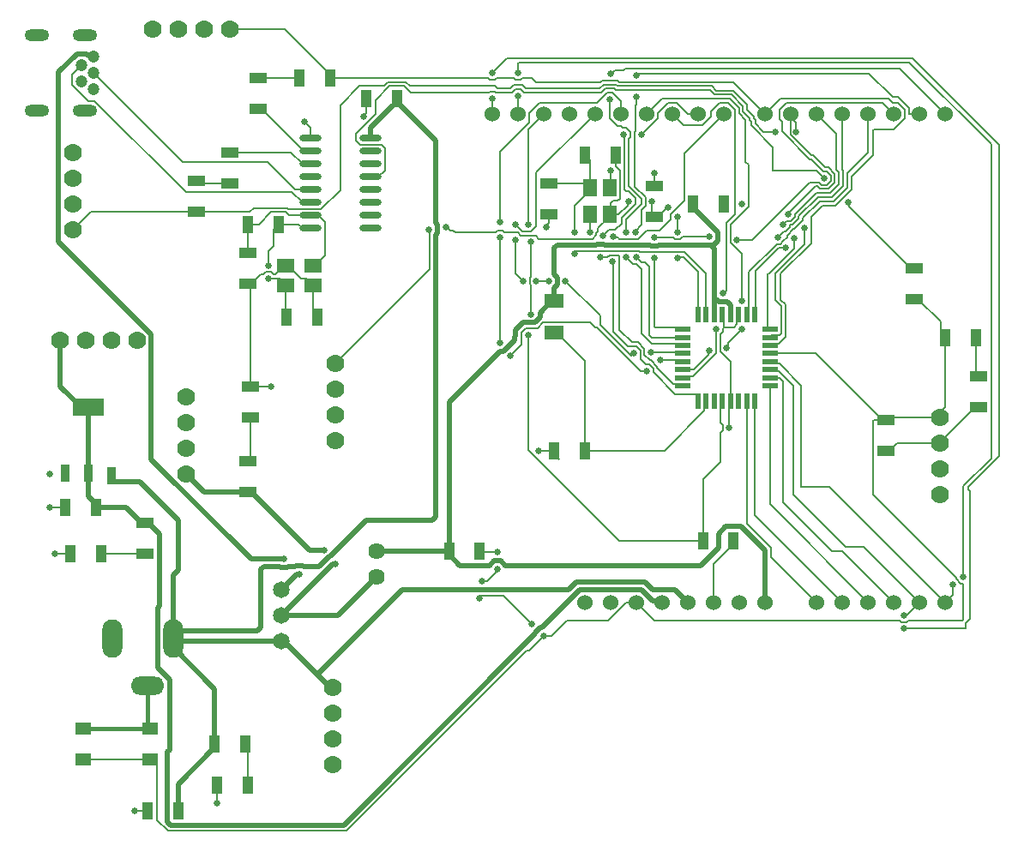
<source format=gtl>
G04*
G04 #@! TF.GenerationSoftware,Altium Limited,Altium Designer,24.1.2 (44)*
G04*
G04 Layer_Physical_Order=1*
G04 Layer_Color=255*
%FSLAX44Y44*%
%MOMM*%
G71*
G04*
G04 #@! TF.SameCoordinates,A56E43B2-B914-4F06-BF03-FB78D576DE16*
G04*
G04*
G04 #@! TF.FilePolarity,Positive*
G04*
G01*
G75*
%ADD12C,0.5080*%
%ADD14C,0.1524*%
%ADD15C,0.3810*%
%ADD19R,1.1176X1.8034*%
%ADD20R,1.8034X1.1176*%
%ADD21R,1.4000X1.8000*%
%ADD22O,2.2000X0.6096*%
%ADD23R,1.5000X1.2000*%
%ADD24R,1.8542X1.3716*%
%ADD25R,0.5080X1.6500*%
%ADD26R,1.6500X0.5080*%
%ADD27R,0.8382X1.7000*%
%ADD28R,3.0988X1.7000*%
%ADD29R,1.8000X1.4000*%
%ADD50O,2.4000X1.2000*%
%ADD51C,1.2000*%
%ADD52C,1.7780*%
%ADD53C,1.6200*%
%ADD54C,1.6500*%
%ADD55C,1.5240*%
%ADD56O,2.0000X3.8000*%
%ADD57O,3.3000X1.8000*%
%ADD58C,0.6350*%
D12*
X665734Y646811D02*
X690245Y622300D01*
X687578Y556380D02*
X688590D01*
X702564Y540640D02*
Y550486D01*
X699080Y553970D02*
X702564Y550486D01*
X691000Y553970D02*
X699080D01*
X686562Y540640D02*
Y556380D01*
X683260Y609600D02*
X686044D01*
X690245Y613801D02*
Y622300D01*
X686562Y556380D02*
Y606298D01*
X686044Y609600D02*
X690245Y613801D01*
X688590Y556380D02*
X691000Y553970D01*
X490601Y525803D02*
X497817Y533019D01*
X514405Y538004D02*
Y542599D01*
X497817Y533019D02*
X509420D01*
X514405Y538004D01*
X489440Y518894D02*
X490601Y520055D01*
Y525803D01*
X475371Y504825D02*
X478399D01*
X424688Y454142D02*
X475371Y504825D01*
X424688Y307340D02*
Y454142D01*
X478399Y504825D02*
X489440Y515866D01*
Y518894D01*
X514405Y542599D02*
X525907Y554101D01*
X528320Y567446D02*
X531495Y570621D01*
X528320Y580634D02*
X531495Y577459D01*
X528320Y554101D02*
Y567446D01*
Y580634D02*
Y606624D01*
X531495Y570621D02*
Y577459D01*
X525907Y554101D02*
X528320D01*
X531296Y609600D02*
X569986D01*
X528320Y606624D02*
X531296Y609600D01*
X578094D02*
X623326D01*
X570621Y610235D02*
X577459D01*
X578094Y609600D01*
X569986D02*
X570621Y610235D01*
X623961Y608965D02*
X630799D01*
X623326Y609600D02*
X623961Y608965D01*
X411480Y619516D02*
X413385Y621421D01*
X411480Y631434D02*
X413385Y629529D01*
X411480Y340796D02*
Y619516D01*
X413385Y621421D02*
Y629529D01*
X411480Y631434D02*
Y712597D01*
X321003Y36703D02*
X509905Y225606D01*
Y226939D01*
X149534Y36703D02*
X321003D01*
X146558Y39679D02*
Y108785D01*
Y39679D02*
X149534Y36703D01*
X148980Y111207D02*
Y180312D01*
X146558Y108785D02*
X148980Y111207D01*
X137320Y191972D02*
X148980Y180312D01*
X229163Y299720D02*
X261620D01*
X39370Y612847D02*
X130810Y521407D01*
Y398073D02*
Y521407D01*
X39370Y780680D02*
X57352Y798662D01*
X39370Y612847D02*
Y780680D01*
X57352Y798662D02*
X66531D01*
X68288Y796904D02*
X72655D01*
X66531Y798662D02*
X68288Y796904D01*
X72655D02*
X73979Y795580D01*
X130810Y398073D02*
X229163Y299720D01*
X157480Y288459D02*
Y337820D01*
X119700Y375600D02*
X157480Y337820D01*
X93345Y375600D02*
X119700D01*
X257566Y292100D02*
X258201Y291465D01*
X241736Y292100D02*
X257566D01*
X265674D02*
X272806D01*
X258201Y291465D02*
X265039D01*
X265674Y292100D01*
X273441Y292735D02*
X280279D01*
X280914Y292100D01*
X296564D02*
X306724Y302260D01*
X280914Y292100D02*
X296564D01*
X238760Y289124D02*
X241736Y292100D01*
X272806D02*
X273441Y292735D01*
X259080Y269240D02*
X274320Y284480D01*
X276860D01*
X259080Y243840D02*
X309880Y294640D01*
X287042Y308461D02*
X301275D01*
X226060Y366014D02*
X229489D01*
X287042Y308461D01*
X307340Y302260D02*
X342900Y337820D01*
X306724Y302260D02*
X307340D01*
X309880Y294640D02*
X312420D01*
X373126Y750951D02*
X411480Y712597D01*
X408504Y337820D02*
X411480Y340796D01*
X342900Y337820D02*
X408504D01*
X631434Y609600D02*
X683260D01*
X686562Y606298D01*
X630799Y608965D02*
X631434Y609600D01*
X665734Y646811D02*
Y650240D01*
X435356Y293243D02*
X464449D01*
X469021Y297815D01*
X475859D02*
X480431Y293243D01*
X469021Y297815D02*
X475859D01*
X480431Y293243D02*
X673172D01*
X378460Y269240D02*
X542763D01*
X550383Y276860D01*
X294640Y185420D02*
X378460Y269240D01*
X618017Y276860D02*
X625637Y269240D01*
X550383Y276860D02*
X618017D01*
X673172Y293243D02*
X690626Y310697D01*
X509905Y226939D02*
X514741Y231775D01*
X516074D01*
X553540Y269240D01*
X625637D02*
X647700D01*
X690626Y310697D02*
Y324303D01*
X647700Y269240D02*
X660400Y256540D01*
X690626Y324303D02*
X697920Y331597D01*
X124460Y335026D02*
X127889D01*
X121031D02*
X124460D01*
X127889D02*
X138557Y324358D01*
Y252978D02*
Y324358D01*
X137320Y251741D02*
X138557Y252978D01*
X137320Y191972D02*
Y251741D01*
X553540Y269240D02*
X614860D01*
X625616Y258484D01*
X633056D01*
X635000Y256540D01*
X152400Y211980D02*
Y218440D01*
Y220980D01*
X157226Y77343D02*
X193294Y113411D01*
X157226Y50800D02*
Y77343D01*
X294640Y185420D02*
X307340Y172720D01*
X261620Y218440D02*
X294640Y185420D01*
X424688Y303911D02*
Y307340D01*
X697920Y331597D02*
X713304D01*
X736600Y308301D01*
X424688Y303911D02*
X435356Y293243D01*
X736600Y256540D02*
Y308301D01*
X165100Y383540D02*
X182626Y366014D01*
X226060D01*
X347218Y725678D02*
X369443Y747903D01*
X347218Y715010D02*
Y725678D01*
X369443Y747903D02*
X370078D01*
X373126Y750951D01*
Y754380D01*
X152400Y221708D02*
Y283379D01*
X238760Y231576D02*
Y289124D01*
X159292Y228600D02*
X235784D01*
X238760Y231576D01*
X152400Y221708D02*
X159292Y228600D01*
X152400Y220980D02*
Y221708D01*
Y283379D02*
X157480Y288459D01*
X91694Y377251D02*
X93345Y375600D01*
X91694Y377251D02*
Y381560D01*
X40640Y470006D02*
X61586Y449060D01*
X68580D01*
X40640Y470006D02*
Y515620D01*
X68580Y384060D02*
Y449060D01*
X75946Y350520D02*
Y353949D01*
X68580Y361315D02*
Y384060D01*
Y361315D02*
X75946Y353949D01*
Y350520D02*
X105537D01*
X121031Y335026D01*
X353060Y307340D02*
X424688D01*
X259080Y243840D02*
X314960D01*
X353060Y281940D01*
X193294Y113411D02*
Y116840D01*
X152400Y211980D02*
X193294Y171086D01*
Y116840D02*
Y171086D01*
X259080Y218440D02*
X261620D01*
X307340Y172720D02*
X309880D01*
X154940Y218440D02*
X259080D01*
X152400Y220980D02*
X154940Y218440D01*
D14*
X657478Y480042D02*
X665462D01*
X680940Y504679D02*
X681863Y505603D01*
X680940Y501267D02*
Y504679D01*
X688340Y502920D02*
Y526675D01*
X698881Y508000D02*
X699385D01*
X666065Y486392D02*
X680940Y501267D01*
X655700Y478264D02*
X657478Y480042D01*
X692404Y504825D02*
X702564Y494665D01*
X692404Y521579D02*
X694817Y523992D01*
X665462Y480042D02*
X688340Y502920D01*
X692404Y504825D02*
Y521579D01*
X655700Y486392D02*
X666065D01*
X699385Y508000D02*
X700278Y508893D01*
Y513021D01*
X702564Y455040D02*
Y494665D01*
X694817Y526923D02*
X696214Y528320D01*
X694817Y523992D02*
Y526923D01*
X695833Y562225D02*
X698493Y564885D01*
X694817Y562225D02*
X695833D01*
X634746Y754126D02*
X702167D01*
X698493Y564885D02*
Y631581D01*
X686609Y758190D02*
X703851D01*
X691436Y750062D02*
X700484D01*
X683847Y766699D02*
X688292Y762254D01*
X702167Y754126D02*
X710946Y745347D01*
X715010Y741283D02*
X721614Y734679D01*
X675084Y728218D02*
X683260Y736394D01*
X719074Y742967D02*
X725678Y736363D01*
X719074Y742967D02*
Y748714D01*
X645160Y739140D02*
X656082Y728218D01*
X706882Y639969D02*
Y743664D01*
X715010Y741283D02*
Y747031D01*
X705534Y762254D02*
X719074Y748714D01*
X688292Y762254D02*
X705534D01*
X656082Y728218D02*
X675084D01*
X698493Y631581D02*
X706882Y639969D01*
X683260Y736394D02*
Y741886D01*
X710946Y739600D02*
Y745347D01*
X700484Y750062D02*
X706882Y743664D01*
X710946Y739600D02*
X717550Y732996D01*
X703851Y758190D02*
X715010Y747031D01*
X682164Y762635D02*
X686609Y758190D01*
X683260Y741886D02*
X691436Y750062D01*
X702557Y612124D02*
X713740Y600941D01*
Y554732D02*
Y600941D01*
Y554732D02*
X713867Y554605D01*
X720344Y542418D02*
Y582850D01*
X709034Y614807D02*
X724027D01*
X780796Y671576D01*
X702557Y629897D02*
X720217Y647557D01*
X702557Y612124D02*
Y629897D01*
X720217Y647557D02*
Y688943D01*
X704977Y770763D02*
X736600Y739140D01*
X721614Y732933D02*
Y734679D01*
X725678Y734616D02*
Y736363D01*
X717550Y691610D02*
Y732996D01*
X721614Y732933D02*
X722884Y731663D01*
X744220Y683260D02*
Y706326D01*
X722884Y727662D02*
Y731663D01*
Y727662D02*
X744220Y706326D01*
X630809Y637540D02*
X639969Y646700D01*
X641080D01*
X700278Y513021D02*
X714030Y526773D01*
X708660Y531276D02*
Y538862D01*
X705704Y528320D02*
X708660Y531276D01*
X696214Y528320D02*
X705704D01*
X708660Y538862D02*
X710438Y540640D01*
X739194Y528048D02*
Y580821D01*
X726941Y541141D02*
Y583699D01*
X749920Y606679D01*
X726440Y540640D02*
X726941Y541141D01*
X640636Y750062D02*
X649684D01*
X726948Y729345D02*
Y733346D01*
X649684Y750062D02*
X660606Y739140D01*
X726948Y729345D02*
X734933Y721360D01*
X717550Y691610D02*
X720217Y688943D01*
X619760Y739140D02*
X634746Y754126D01*
X725678Y734616D02*
X726948Y733346D01*
X660606Y739140D02*
X670560D01*
X654955Y617855D02*
X681990D01*
X734933Y721360D02*
X746760D01*
X630682Y740108D02*
X640636Y750062D01*
X493653Y789940D02*
X879046D01*
X589328Y762635D02*
X682164D01*
X591012Y766699D02*
X683847D01*
X610493Y778764D02*
X839422D01*
X481584Y794004D02*
X882396D01*
X598297Y783717D02*
X869823D01*
X592695Y770763D02*
X704977D01*
X633064Y495904D02*
X654062D01*
X655700Y494266D01*
X558546Y406400D02*
Y495046D01*
X530733Y522859D02*
X558546Y495046D01*
X622823Y495681D02*
X624126D01*
X619013Y491617D02*
X622443D01*
X617601Y500903D02*
X622823Y495681D01*
X630301Y488203D02*
Y489506D01*
X626237Y484393D02*
Y487823D01*
X613537Y497093D02*
X619013Y491617D01*
X626237Y484393D02*
X648102Y462528D01*
X622443Y491617D02*
X626237Y487823D01*
X624126Y495681D02*
X630301Y489506D01*
Y488203D02*
X646336Y472168D01*
X613996Y485140D02*
X619760D01*
X648102Y462528D02*
X668782D01*
X605043Y513461D02*
X611426D01*
X570816Y528320D02*
X613996Y485140D01*
X568960Y528320D02*
X570816D01*
X573862Y531021D02*
X604905Y499978D01*
X586740Y523890D02*
X601233Y509397D01*
X586740Y523890D02*
Y592465D01*
X573862Y531021D02*
Y539928D01*
X517681Y533019D02*
X564261D01*
X500237Y527177D02*
X511839D01*
X496443Y511194D02*
Y523383D01*
X500237Y527177D01*
X505460Y541274D02*
Y569960D01*
X485384Y500136D02*
X496443Y511194D01*
X564261Y533019D02*
X568960Y528320D01*
X511839Y527177D02*
X517681Y533019D01*
X613537Y497093D02*
Y505603D01*
X624078Y503586D02*
X654508D01*
X617601Y500903D02*
Y507286D01*
X654508Y503586D02*
X655700Y502394D01*
X604905Y499978D02*
X607060Y502133D01*
X601233Y509397D02*
X609743D01*
X607060Y502133D02*
Y502920D01*
X502920Y520700D02*
X503114Y520506D01*
Y407206D02*
Y520506D01*
X474980Y513080D02*
Y617220D01*
X504317Y571103D02*
X505460Y569960D01*
X504317Y571103D02*
Y576977D01*
X510794Y574040D02*
X523240D01*
X505460Y578120D02*
Y612628D01*
X504317Y576977D02*
X505460Y578120D01*
X477663Y623697D02*
X479310Y622050D01*
X430881D02*
X470650D01*
X479310D02*
X492343D01*
X472297Y623697D02*
X477663D01*
X470650Y622050D02*
X472297Y623697D01*
X428798Y624301D02*
X430881Y622219D01*
Y622050D02*
Y622219D01*
X492343Y622050D02*
X495287Y619105D01*
X474980Y632460D02*
Y701707D01*
X586121Y760095D02*
X594360Y751856D01*
X503682Y730409D02*
Y740108D01*
X594360Y739140D02*
Y751856D01*
X580755Y760095D02*
X586121D01*
X513675Y750101D02*
X570762D01*
X474980Y701707D02*
X503682Y730409D01*
X510413Y770763D02*
X574181D01*
X575008Y760095D02*
X579072Y764159D01*
X575705Y772287D02*
X591171D01*
X584811Y778764D02*
X588367Y782320D01*
X498745Y760095D02*
X575008D01*
X577388Y768223D02*
X589488D01*
X574181Y770763D02*
X575705Y772287D01*
X503682Y740108D02*
X513675Y750101D01*
X591171Y772287D02*
X592695Y770763D01*
X589488Y768223D02*
X591012Y766699D01*
X587804Y764159D02*
X589328Y762635D01*
X570762Y750101D02*
X580755Y760095D01*
X584200Y778764D02*
X584811D01*
X579072Y764159D02*
X587804D01*
X500428D02*
X573324D01*
X588367Y782320D02*
X596900D01*
X573324Y764159D02*
X577388Y768223D01*
X583438Y734616D02*
Y753618D01*
Y734616D02*
X591002Y727052D01*
X488394Y767461D02*
X497126D01*
X500428Y764159D01*
X495443Y763397D02*
X498745Y760095D01*
X490077Y763397D02*
X495443D01*
X506476Y774700D02*
X510413Y770763D01*
X486775Y760095D02*
X490077Y763397D01*
X608838Y722138D02*
Y747955D01*
X608203Y721503D02*
X608838Y722138D01*
X608203Y667414D02*
X618725Y656892D01*
X614886Y718820D02*
X630682Y734616D01*
X614680Y718820D02*
X614886D01*
X608203Y667414D02*
Y721503D01*
X618725Y648160D02*
Y656892D01*
X597916Y664464D02*
Y717804D01*
X599583Y725297D02*
X603377Y721503D01*
X601980Y714740D02*
X603377Y716137D01*
Y721503D01*
X601980Y667890D02*
Y714740D01*
X596170Y725297D02*
X599583D01*
X596900Y718820D02*
X597916Y717804D01*
X630682Y734616D02*
Y740108D01*
X614680Y522573D02*
X625207Y512046D01*
X624604Y518396D02*
X655700D01*
X625207Y512046D02*
X653922D01*
X622300Y520700D02*
X624604Y518396D01*
X622300Y520700D02*
Y588645D01*
X611426Y513461D02*
X617601Y507286D01*
X609743Y509397D02*
X613537Y505603D01*
X614680Y522573D02*
Y586105D01*
X627380Y529213D02*
Y596646D01*
Y529213D02*
X628545Y528048D01*
X653922D01*
X609981Y590804D02*
X614680Y586105D01*
X605917Y590804D02*
X609981D01*
X618444Y592501D02*
X622300Y588645D01*
X592963Y525541D02*
X605043Y513461D01*
X539750Y574040D02*
X573862Y539928D01*
X592963Y525541D02*
Y598801D01*
X490220Y581660D02*
X497840Y574040D01*
X490220Y581660D02*
Y614680D01*
X510194Y619105D02*
X513477Y615823D01*
X495287Y619105D02*
X510194D01*
X566563Y615823D02*
X570103Y619363D01*
X513477Y615823D02*
X566563D01*
X570103Y619363D02*
Y621173D01*
X571782Y622852D02*
Y626122D01*
X502920Y629646D02*
Y723900D01*
X490220Y629920D02*
X496971Y623169D01*
X505603D01*
X510921Y628488D01*
Y681101D02*
X568960Y739140D01*
X510921Y628488D02*
Y681101D01*
X502920Y723900D02*
X518160Y739140D01*
X585988Y593217D02*
X586740Y592465D01*
X548640Y648780D02*
X563840Y663980D01*
X548640Y622300D02*
Y648780D01*
X563840Y663980D02*
Y665980D01*
X421640Y627380D02*
X422946D01*
X426025Y624301D01*
X428798D01*
X549533Y603758D02*
X612283D01*
X548640Y601345D02*
X549533Y602238D01*
Y603758D01*
X584038Y624313D02*
X584057Y624332D01*
X650240Y596494D02*
X651163Y597418D01*
X588662Y624332D02*
X595376Y631046D01*
X678434Y540640D02*
Y581311D01*
X574040Y597281D02*
X580892D01*
X583305Y599694D02*
X592070D01*
X654822Y597418D02*
X654939Y597535D01*
X582403Y624313D02*
X584038D01*
X587663Y616932D02*
X591473D01*
X656463Y597535D02*
X670560Y583438D01*
X592070Y599694D02*
X592963Y598801D01*
X614380Y592501D02*
X618444D01*
X654939Y597535D02*
X656463D01*
X591473Y616932D02*
X592963Y615442D01*
X612918Y603123D02*
X656622D01*
X612283Y603758D02*
X612918Y603123D01*
X584057Y624332D02*
X588662D01*
X656622Y603123D02*
X678434Y581311D01*
X599440Y597281D02*
X605917Y590804D01*
X609600Y597281D02*
X614380Y592501D01*
X651163Y597418D02*
X654822D01*
X586740Y617855D02*
X587663Y616932D01*
X580892Y597281D02*
X583305Y599694D01*
X670560Y540640D02*
Y583438D01*
X609600Y748717D02*
Y756158D01*
X608838Y747955D02*
X609600Y748717D01*
X591002Y727052D02*
X594416D01*
X596170Y725297D01*
X601980Y667890D02*
X612241Y657629D01*
X599839Y662541D02*
X601581D01*
X597916Y664464D02*
X599839Y662541D01*
X601581D02*
X608423Y655699D01*
Y649896D02*
Y655699D01*
X595376Y636849D02*
X608423Y649896D01*
X612241Y657629D02*
X612241D01*
X612495Y647677D02*
X614661Y649843D01*
Y655209D01*
X599440Y634622D02*
X612495Y647677D01*
X615061Y629634D02*
Y644496D01*
X608838Y623411D02*
X615061Y629634D01*
X625202Y639718D02*
Y652780D01*
X599440Y621919D02*
Y634622D01*
X615061Y644496D02*
X618725Y648160D01*
X612241Y657629D02*
X614661Y655209D01*
X595376Y631046D02*
Y636849D01*
X576580Y618490D02*
X582403Y624313D01*
X601023Y652093D02*
X601946Y653016D01*
X601023Y648680D02*
Y652093D01*
X583240Y639580D02*
X591923D01*
X601023Y648680D01*
X593542Y655612D02*
Y683078D01*
X589026Y687594D02*
X593542Y683078D01*
X591169Y653239D02*
X593542Y655612D01*
X586573Y653239D02*
X591169D01*
X584200Y666940D02*
Y683260D01*
X563730Y622327D02*
Y639470D01*
X563840Y639580D01*
X570103Y621173D02*
X571782Y622852D01*
X592963Y615442D02*
X611521D01*
X653922Y472168D02*
X655700Y470390D01*
X646336Y472168D02*
X653922D01*
X467360Y739140D02*
Y754380D01*
X385829Y766699D02*
X469948D01*
X472488Y764159D01*
X470805Y760095D02*
X486775D01*
X463915D02*
X464677Y760857D01*
X472488Y764159D02*
X485092D01*
X386686Y760095D02*
X463915D01*
X470043Y760857D02*
X470805Y760095D01*
X464677Y760857D02*
X470043D01*
X485092Y764159D02*
X488394Y767461D01*
X380082Y766699D02*
X386686Y760095D01*
X464677Y773303D02*
X470043D01*
X463280Y774700D02*
X464677Y773303D01*
X383575Y774700D02*
X463280D01*
X471440D02*
X488680D01*
X470043Y773303D02*
X471440Y774700D01*
X362804Y774827D02*
X383448D01*
X496840Y774700D02*
X506476D01*
X488680D02*
X490077Y773303D01*
X383448Y774827D02*
X383575Y774700D01*
X495443Y773303D02*
X496840Y774700D01*
X490077Y773303D02*
X495443D01*
X467360Y779780D02*
X481584Y794004D01*
X882396D02*
X967740Y708660D01*
X609600Y777871D02*
X610493Y778764D01*
X869823Y783717D02*
X914400Y739140D01*
X609600Y777240D02*
Y777871D01*
X839422Y778764D02*
X862513Y755673D01*
X596900Y782320D02*
X598297Y783717D01*
X492760Y779780D02*
Y789047D01*
X493653Y789940D01*
X879046D02*
X959739Y709247D01*
X868260Y755673D02*
X878586Y745347D01*
X757476Y750062D02*
X852678D01*
X862513Y755673D02*
X868260D01*
X852678Y750062D02*
X863600Y739140D01*
X858313Y754126D02*
X862377Y750062D01*
X751586Y754126D02*
X858313D01*
X959739Y398783D02*
Y709247D01*
X862377Y750062D02*
X868124D01*
X967740Y708660D02*
X967740Y401037D01*
X937260Y370557D02*
X967740Y401037D01*
X937260Y368300D02*
Y370557D01*
X932180Y239653D02*
Y274320D01*
X922020Y264160D02*
Y274320D01*
X877840Y238760D02*
X931287D01*
X930037Y275463D02*
X931037D01*
X925703Y279797D02*
X930037Y275463D01*
X925703Y279797D02*
Y280797D01*
X931037Y275463D02*
X932180Y274320D01*
X843280Y363220D02*
X925703Y280797D01*
X931287Y238760D02*
X932180Y239653D01*
X938927Y240652D02*
Y366633D01*
X937260Y368300D02*
X938927Y366633D01*
X932450Y371494D02*
X959739Y398783D01*
X932450Y282210D02*
Y371494D01*
X934466Y236191D02*
X938927Y240652D01*
X934466Y230886D02*
Y236191D01*
X873760Y230886D02*
X934466D01*
X914400Y256540D02*
X922020Y264160D01*
X869680Y238760D02*
X871077Y237363D01*
X876443D02*
X877840Y238760D01*
X627380D02*
X869680D01*
X871077Y237363D02*
X876443D01*
X873760Y243840D02*
X876300D01*
X889000Y256540D01*
X609600D02*
X627380Y238760D01*
X843280Y435987D02*
X844173Y436880D01*
X843280Y363220D02*
Y435987D01*
X844173Y436880D02*
X852297D01*
X405638Y585978D02*
Y624332D01*
X405130Y624840D02*
X405638Y624332D01*
X503114Y407206D02*
X592820Y317500D01*
X675640D01*
X637380Y406400D02*
X676656Y445676D01*
X558546Y406400D02*
X637380D01*
X571782Y626122D02*
X583240Y637580D01*
X492760Y739140D02*
Y756920D01*
X381765Y770763D02*
X385829Y766699D01*
X696214Y528320D02*
Y538862D01*
X694436Y540640D02*
X696214Y538862D01*
X720344Y582850D02*
X748237Y610743D01*
X774065Y636571D02*
X790401Y652907D01*
X751776Y610743D02*
X754404Y613371D01*
X756872Y606679D02*
X757086Y606894D01*
X774065Y634030D02*
Y636571D01*
X748237Y610743D02*
X751776D01*
X749920Y606679D02*
X756872D01*
X754404Y613371D02*
X754611D01*
X790401Y652907D02*
X804436D01*
X754611Y613371D02*
X758412Y617173D01*
Y619045D01*
X764842Y625475D01*
X765510D01*
X774065Y634030D01*
X742696Y583343D02*
X765144Y605791D01*
X741219Y581660D02*
X742696Y583136D01*
X740972Y526270D02*
X741300D01*
X739194Y528048D02*
X740972Y526270D01*
X739194Y580821D02*
X740033Y581660D01*
X746760Y555057D02*
Y581660D01*
X742696Y583136D02*
Y583343D01*
X740033Y581660D02*
X741219D01*
X746760Y555057D02*
X752852Y548965D01*
X668782Y462528D02*
X670560Y460750D01*
Y455040D02*
Y460750D01*
X819472Y647505D02*
X880491Y586486D01*
X819472Y647505D02*
Y651188D01*
X880491Y586486D02*
X883920D01*
X818548Y652112D02*
X819472Y651188D01*
X812800Y684262D02*
X813689Y683373D01*
X789924Y671576D02*
X792337Y669163D01*
X802753Y656971D02*
X813689Y667907D01*
X817753Y680259D02*
X838200Y700706D01*
X765937Y639938D02*
X787034Y661035D01*
X821817Y677037D02*
X843280Y698500D01*
X788717Y656971D02*
X802753D01*
X765937Y637397D02*
Y639938D01*
X787034Y661035D02*
X801070D01*
X805561Y671274D02*
Y680006D01*
X807212Y684103D02*
X809625Y681690D01*
X795974Y686181D02*
X799386D01*
Y665099D02*
X805561Y671274D01*
X801070Y661035D02*
X809625Y669590D01*
X788241Y667512D02*
X790654Y665099D01*
X799386D01*
X807212Y684103D02*
Y719328D01*
X806120Y648843D02*
X821817Y664540D01*
X793623Y648843D02*
X806120D01*
X794290Y682117D02*
X797703D01*
X783804Y698350D02*
X795974Y686181D01*
X770001Y638255D02*
X788717Y656971D01*
X817753Y666224D02*
Y680259D01*
X782320Y637540D02*
X793623Y648843D01*
X797703Y669163D02*
X801497Y672957D01*
X809625Y669590D02*
Y681690D01*
X786225Y667512D02*
X788241D01*
X813689Y667907D02*
Y683373D01*
X780796Y671576D02*
X789924D01*
X804436Y652907D02*
X817753Y666224D01*
X792337Y669163D02*
X797703D01*
X801497Y672957D02*
Y678323D01*
X782121Y694286D02*
X794290Y682117D01*
X797703D02*
X801497Y678323D01*
X799386Y686181D02*
X805561Y680006D01*
X812800Y684262D02*
Y739140D01*
X821817Y664540D02*
Y677037D01*
X787400Y739140D02*
X807212Y719328D01*
X780683Y694286D02*
X782121D01*
X762000Y718717D02*
Y735428D01*
X753237Y721733D02*
Y731619D01*
X782367Y698350D02*
X783804D01*
X751078Y733778D02*
Y743664D01*
X787400Y683260D02*
X795020Y675640D01*
X753237Y721733D02*
X780683Y694286D01*
X762000Y718717D02*
X782367Y698350D01*
X751078Y733778D02*
X753237Y731619D01*
X744220Y683260D02*
X787400D01*
X759460Y640747D02*
X786225Y667512D01*
X757063Y623443D02*
X760857Y627237D01*
X763826Y629539D02*
X770001Y635714D01*
X761285Y629539D02*
X763826D01*
X758063Y633603D02*
X762143D01*
X755189Y623443D02*
X757063D01*
X760857Y629111D02*
X761285Y629539D01*
X759460Y640080D02*
Y640747D01*
X770001Y635714D02*
Y638255D01*
X760857Y627237D02*
Y629111D01*
X762143Y633603D02*
X765937Y637397D01*
X332916Y712380D02*
X336636Y708660D01*
X361520Y683260D02*
Y704940D01*
X366170Y766699D02*
X380082D01*
X336198D02*
X360423D01*
X364487Y770763D02*
X381765D01*
X340539Y736421D02*
Y737727D01*
X307086Y774700D02*
X362677D01*
X332916Y719638D02*
X352044Y738766D01*
X360423Y766699D02*
X364487Y770763D01*
X355170Y676910D02*
X361520Y683260D01*
X352044Y752573D02*
X366170Y766699D01*
X362677Y774700D02*
X362804Y774827D01*
X347218Y676910D02*
X355170D01*
X357800Y708660D02*
X361520Y704940D01*
X336636Y708660D02*
X357800D01*
X332916Y712380D02*
Y719638D01*
X352044Y738766D02*
Y752573D01*
X342900Y740088D02*
Y754126D01*
X340539Y737727D02*
X342900Y740088D01*
X643763Y640223D02*
X656844Y653304D01*
Y700024D01*
X695960Y739140D01*
X317281Y747782D02*
X336198Y766699D01*
X762000Y735428D02*
X767080Y730349D01*
Y721360D02*
Y730349D01*
X762000Y735428D02*
Y739140D01*
X298364Y645160D02*
X317281Y664077D01*
X264925Y646303D02*
X266068Y645160D01*
X231627Y646303D02*
X264925D01*
X227944Y642620D02*
X231627Y646303D01*
X175260Y642620D02*
X227944D01*
X317281Y664077D02*
Y747782D01*
X266068Y645160D02*
X298364D01*
X251460Y608792D02*
Y625094D01*
X246380Y589534D02*
Y603712D01*
X251460Y608792D01*
Y625094D02*
X256286Y629920D01*
X226314Y601980D02*
Y629920D01*
X226060Y601726D02*
X226314Y601980D01*
X226060Y571754D02*
X228600Y569214D01*
Y469646D02*
Y569214D01*
X30480Y350520D02*
X45974D01*
X35560Y304800D02*
X51054D01*
X81280Y305054D02*
X124460D01*
X81026Y304800D02*
X81280Y305054D01*
X225806Y76200D02*
Y114300D01*
X223266Y116840D02*
X225806Y114300D01*
X503371Y208731D02*
X518160Y223520D01*
X501293Y208731D02*
X503371D01*
X323422Y30861D02*
X501293Y208731D01*
X131020Y101840D02*
X136258Y96602D01*
Y41717D02*
Y96602D01*
Y41717D02*
X147114Y30861D01*
X129520Y101840D02*
X131020D01*
X147114Y30861D02*
X323422D01*
X652923Y615823D02*
X654955Y617855D01*
X647557Y615823D02*
X652923D01*
X646160Y617220D02*
X647557Y615823D01*
X627380Y667512D02*
Y680720D01*
X559054Y698500D02*
X563840Y693714D01*
Y665980D02*
Y693714D01*
X559514Y670306D02*
X563840Y665980D01*
X523240Y670306D02*
X559514D01*
X520700Y628686D02*
X523240Y631226D01*
Y640334D01*
X520700Y627380D02*
Y628686D01*
X583240Y637580D02*
Y639580D01*
X312420Y492760D02*
X405638Y585978D01*
X625202Y639718D02*
X627380Y637540D01*
X608838Y621919D02*
Y623411D01*
X584200Y650866D02*
X586573Y653239D01*
X584200Y640540D02*
Y650866D01*
X583240Y639580D02*
X584200Y640540D01*
X589026Y687594D02*
Y698500D01*
X611521Y615442D02*
X619776Y623697D01*
X627380Y637540D02*
X630809D01*
X643763Y634648D02*
Y640223D01*
X619776Y623697D02*
X632812D01*
X650240Y637540D02*
X650690Y637090D01*
Y635828D02*
Y637090D01*
X650240Y637540D02*
Y637540D01*
Y635378D02*
X650690Y635828D01*
X632812Y623697D02*
X643763Y634648D01*
X650240Y622300D02*
Y635378D01*
X627380Y617220D02*
X646160D01*
X454660Y263398D02*
X478282D01*
X455930Y306070D02*
X472440D01*
X454660Y307340D02*
X455930Y306070D01*
X472440Y287401D02*
Y289560D01*
X457327Y277622D02*
X462661D01*
X457200Y277495D02*
X457327Y277622D01*
X462661D02*
X472440Y287401D01*
X454660Y260985D02*
Y263398D01*
X63520Y101840D02*
X129520D01*
X195580Y75946D02*
X195834Y76200D01*
X195580Y58420D02*
Y75946D01*
X114300Y50800D02*
X127254D01*
X478282Y263398D02*
X506486Y235194D01*
X518160Y223520D02*
X525780D01*
X541020Y238760D01*
X581866D01*
X599646Y256540D01*
X609600D01*
X742442Y301498D02*
Y310721D01*
X718566Y334597D02*
X742442Y310721D01*
X718566Y334597D02*
Y455040D01*
X742442Y301498D02*
X787400Y256540D01*
X726440Y342900D02*
X812800Y256540D01*
X726440Y342900D02*
Y455040D01*
X741300Y353440D02*
X838200Y256540D01*
X741300Y353440D02*
Y470390D01*
X754380Y355600D02*
Y474831D01*
Y355600D02*
X802598Y307382D01*
X692658Y434102D02*
X694817Y431943D01*
Y426577D02*
Y431943D01*
X692658Y424418D02*
X694817Y426577D01*
X701040Y429260D02*
Y453516D01*
X743078Y512046D02*
X750410D01*
X756916Y518552D02*
Y550648D01*
X752174Y555391D02*
X756916Y550648D01*
X752174Y555391D02*
Y581326D01*
X742189Y511157D02*
X743078Y512046D01*
X750410D02*
X756916Y518552D01*
X752852Y522362D02*
Y548965D01*
X782320Y611473D02*
Y637540D01*
X752174Y581326D02*
X782320Y611473D01*
X843280Y723007D02*
X844173Y723900D01*
X863806D01*
X843280Y698500D02*
Y723007D01*
X838200Y700706D02*
Y739140D01*
X874522Y734616D02*
Y743664D01*
X868124Y750062D02*
X874522Y743664D01*
X736600Y739140D02*
X751586Y754126D01*
X878586Y739600D02*
X879046Y739140D01*
X878586Y739600D02*
Y745347D01*
X863806Y723900D02*
X874522Y734616D01*
X879046Y739140D02*
X889000D01*
X775637Y610537D02*
Y626443D01*
X583240Y665980D02*
X584200Y666940D01*
X653922Y512046D02*
X655700Y510268D01*
X751078Y743664D02*
X757476Y750062D01*
X653922Y528048D02*
X655700Y526270D01*
X226060Y395986D02*
X228600Y398526D01*
Y439674D01*
X228854Y469900D02*
X248920D01*
X228600Y469646D02*
X228854Y469900D01*
X856234Y436880D02*
X858774Y439420D01*
X852297Y436880D02*
X856234D01*
X786783Y502394D02*
X852297Y436880D01*
X772160Y370840D02*
X800100D01*
X914400Y256540D01*
X816568Y311192D02*
X834348D01*
X889000Y256540D01*
X772160Y370840D02*
Y470992D01*
X743078Y492488D02*
X750664D01*
X741300Y494266D02*
X743078Y492488D01*
X750664D02*
X772160Y470992D01*
X764540Y363220D02*
X816568Y311192D01*
X764540Y363220D02*
Y470484D01*
X750410Y484614D02*
X764540Y470484D01*
X743078Y484614D02*
X750410D01*
X741300Y486392D02*
X743078Y484614D01*
X741300Y502394D02*
X786783D01*
X750947Y478264D02*
X754380Y474831D01*
X741300Y478264D02*
X750947D01*
X701040Y453516D02*
X702564Y455040D01*
X528320Y522859D02*
X530733D01*
X513080Y406400D02*
X528574D01*
X692658Y395163D02*
Y424418D01*
Y434102D02*
Y453262D01*
X694436Y455040D01*
X675640Y378144D02*
X692658Y395163D01*
X528574Y402971D02*
X533400Y398145D01*
X528574Y402971D02*
Y406400D01*
X676656Y453262D02*
X678434Y455040D01*
X676656Y445676D02*
Y453262D01*
X750664Y520174D02*
X752852Y522362D01*
X743078Y520174D02*
X750664D01*
X741300Y518396D02*
X743078Y520174D01*
X746760Y581660D02*
X775637Y610537D01*
X765144Y605791D02*
Y616617D01*
X749196Y617323D02*
Y617450D01*
X755189Y623443D01*
X754380Y629920D02*
X758063Y633603D01*
X718566Y540640D02*
X720344Y542418D01*
X73979Y779581D02*
X161663Y691896D01*
X245191D02*
X272877Y664210D01*
X287782D01*
X161663Y691896D02*
X245191D01*
X269416Y661924D02*
X279830Y651510D01*
X164773Y661924D02*
X269416D01*
X52639Y778280D02*
X61941Y787582D01*
X68486Y751882D02*
X74815D01*
X164773Y661924D01*
X52639Y767729D02*
X68486Y751882D01*
X279830Y651510D02*
X287782D01*
X52639Y767729D02*
Y778280D01*
X53340Y624840D02*
X71120Y642620D01*
X175260D01*
X177038Y670814D02*
X208280D01*
X175260Y672592D02*
X177038Y670814D01*
X208280Y700786D02*
X268654D01*
X279830Y689610D01*
X287782D01*
X226314Y629920D02*
X237011D01*
X266671Y638810D02*
X287782D01*
X263242Y642239D02*
X266671Y638810D01*
X249330Y642239D02*
X263242D01*
X237011Y629920D02*
X249330Y642239D01*
X295734Y638810D02*
X302084Y632460D01*
X287782Y638810D02*
X295734D01*
X302084Y599344D02*
Y632460D01*
X292060Y589320D02*
X302084Y599344D01*
X290060Y589320D02*
X292060D01*
X238379Y580644D02*
X241284D01*
X251476D02*
X252984D01*
X241284D02*
X243697Y583057D01*
X261660Y589320D02*
X263660D01*
X252984Y580644D02*
X261660Y589320D01*
X249063Y583057D02*
X251476Y580644D01*
X243697Y583057D02*
X249063D01*
X229489Y571754D02*
X238379Y580644D01*
X226060Y571754D02*
X229489D01*
X257422Y576158D02*
X263660Y569920D01*
X246380Y576580D02*
X246802Y576158D01*
X257422D01*
X263660Y539234D02*
X264414Y538480D01*
X263660Y539234D02*
Y569920D01*
X290060Y542806D02*
Y569920D01*
Y542806D02*
X294386Y538480D01*
X263660Y589320D02*
X265660D01*
X278822Y576158D01*
X283822D01*
X290060Y569920D01*
X276020Y629920D02*
X279830Y626110D01*
X256286Y629920D02*
X276020D01*
X279830Y626110D02*
X287782D01*
X342900Y754126D02*
X343154Y754380D01*
X281940Y731520D02*
X287782Y725678D01*
Y715010D02*
Y725678D01*
X239649Y744474D02*
X278955Y705168D01*
Y704422D02*
Y705168D01*
Y704422D02*
X281067Y702310D01*
X236220Y744474D02*
X239649D01*
X281067Y702310D02*
X287782D01*
X236220Y774446D02*
X276860D01*
X277114Y774700D01*
X262255Y822960D02*
X307086Y778129D01*
X208280Y822960D02*
X262255D01*
X307086Y774700D02*
Y778129D01*
X675640Y317500D02*
Y378144D01*
X685800Y294259D02*
X705612Y314071D01*
X685800Y256540D02*
Y294259D01*
X705612Y314071D02*
Y317500D01*
X887349Y556514D02*
X909828Y534035D01*
X883920Y556514D02*
X887349D01*
X909828Y522986D02*
X914654Y518160D01*
X909828Y522986D02*
Y534035D01*
X943991Y449834D02*
X947420D01*
X909320Y415163D02*
X943991Y449834D01*
X909320Y414020D02*
Y415163D01*
X944626Y482600D02*
Y518160D01*
Y482600D02*
X947420Y479806D01*
X909320Y443819D02*
X914654Y449153D01*
Y518160D01*
X909320Y439420D02*
Y443819D01*
X858774Y439420D02*
X909320D01*
X859409Y406654D02*
X866775Y414020D01*
X855980Y406654D02*
X859409D01*
X866775Y414020D02*
X909320D01*
X802598Y307382D02*
X812758D01*
X863600Y256540D01*
D15*
X63520Y131840D02*
X129520D01*
X127400Y133960D02*
Y174480D01*
Y133960D02*
X129520Y131840D01*
D19*
X665734Y650240D02*
D03*
X695706D02*
D03*
X559054Y698500D02*
D03*
X589026D02*
D03*
X294386Y538480D02*
D03*
X264414D02*
D03*
X51054Y304800D02*
D03*
X81026D02*
D03*
X454660Y307340D02*
D03*
X424688D02*
D03*
X223266Y116840D02*
D03*
X193294D02*
D03*
X127254Y50800D02*
D03*
X157226D02*
D03*
X558546Y406400D02*
D03*
X528574D02*
D03*
X675640Y317500D02*
D03*
X705612D02*
D03*
X277114Y774700D02*
D03*
X307086D02*
D03*
X914654Y518160D02*
D03*
X944626D02*
D03*
X226314Y629920D02*
D03*
X256286D02*
D03*
X225806Y76200D02*
D03*
X195834D02*
D03*
X45974Y350520D02*
D03*
X75946D02*
D03*
X373126Y754380D02*
D03*
X343154D02*
D03*
D20*
X627380Y667512D02*
D03*
Y637540D02*
D03*
X523240Y640334D02*
D03*
Y670306D02*
D03*
X226060Y395986D02*
D03*
Y366014D02*
D03*
X947420Y449834D02*
D03*
Y479806D02*
D03*
X226060Y571754D02*
D03*
Y601726D02*
D03*
X883920Y586486D02*
D03*
Y556514D02*
D03*
X855980Y406654D02*
D03*
Y436626D02*
D03*
X236220Y774446D02*
D03*
Y744474D02*
D03*
X175260Y672592D02*
D03*
Y642620D02*
D03*
X208280Y670814D02*
D03*
Y700786D02*
D03*
X228600Y469646D02*
D03*
Y439674D02*
D03*
X124460Y335026D02*
D03*
Y305054D02*
D03*
D21*
X563840Y639580D02*
D03*
X583240Y665980D02*
D03*
Y639580D02*
D03*
X563840Y665980D02*
D03*
D22*
X287782Y715010D02*
D03*
Y702310D02*
D03*
Y689610D02*
D03*
Y676910D02*
D03*
Y664210D02*
D03*
Y651510D02*
D03*
Y638810D02*
D03*
Y626110D02*
D03*
X347218D02*
D03*
Y638810D02*
D03*
Y651510D02*
D03*
Y664210D02*
D03*
Y676910D02*
D03*
Y689610D02*
D03*
Y702310D02*
D03*
Y715010D02*
D03*
D23*
X63520Y131840D02*
D03*
X129520Y101840D02*
D03*
Y131840D02*
D03*
X63520Y101840D02*
D03*
D24*
X528320Y522859D02*
D03*
Y554101D02*
D03*
D25*
X726440Y540640D02*
D03*
X718566D02*
D03*
X710438D02*
D03*
X702564D02*
D03*
X694436D02*
D03*
X686562D02*
D03*
X678434D02*
D03*
X670560D02*
D03*
Y455040D02*
D03*
X678434D02*
D03*
X686562D02*
D03*
X694436D02*
D03*
X702564D02*
D03*
X710438D02*
D03*
X718566D02*
D03*
X726440D02*
D03*
D26*
X655700Y526270D02*
D03*
Y518396D02*
D03*
Y510268D02*
D03*
Y502394D02*
D03*
Y494266D02*
D03*
Y486392D02*
D03*
Y478264D02*
D03*
Y470390D02*
D03*
X741300D02*
D03*
Y478264D02*
D03*
Y486392D02*
D03*
Y494266D02*
D03*
Y502394D02*
D03*
Y510268D02*
D03*
Y518396D02*
D03*
Y526270D02*
D03*
D27*
X91694Y381560D02*
D03*
X68580Y384060D02*
D03*
X45466D02*
D03*
D28*
X68580Y449060D02*
D03*
D29*
X263660Y589320D02*
D03*
X290060Y569920D02*
D03*
X263660D02*
D03*
X290060Y589320D02*
D03*
D50*
X17462Y816980D02*
D03*
X64962D02*
D03*
Y742580D02*
D03*
X17462D02*
D03*
D51*
X73979Y763581D02*
D03*
Y779581D02*
D03*
X61941Y771582D02*
D03*
Y787582D02*
D03*
X73979Y795580D02*
D03*
D52*
X66040Y515620D02*
D03*
X40640D02*
D03*
X116840D02*
D03*
X91440D02*
D03*
X312420Y467360D02*
D03*
Y492760D02*
D03*
Y416560D02*
D03*
Y441960D02*
D03*
X309880Y121920D02*
D03*
Y96520D02*
D03*
Y172720D02*
D03*
Y147320D02*
D03*
X53340Y650240D02*
D03*
Y624840D02*
D03*
Y701040D02*
D03*
Y675640D02*
D03*
X165100Y434340D02*
D03*
Y459740D02*
D03*
Y383540D02*
D03*
Y408940D02*
D03*
X909320Y414020D02*
D03*
Y439420D02*
D03*
Y363220D02*
D03*
Y388620D02*
D03*
X182880Y822960D02*
D03*
X208280D02*
D03*
X132080D02*
D03*
X157480D02*
D03*
D53*
X353060Y307340D02*
D03*
Y281940D02*
D03*
D54*
X259080Y218440D02*
D03*
Y243840D02*
D03*
Y269240D02*
D03*
D55*
X736600Y739140D02*
D03*
X762000D02*
D03*
X787400D02*
D03*
X812800D02*
D03*
X838200D02*
D03*
X863600D02*
D03*
X889000D02*
D03*
X914400D02*
D03*
X695960D02*
D03*
X670560D02*
D03*
X645160D02*
D03*
X619760D02*
D03*
X594360D02*
D03*
X568960D02*
D03*
X543560D02*
D03*
X518160D02*
D03*
X492760D02*
D03*
X467360D02*
D03*
X736600Y256540D02*
D03*
X711200D02*
D03*
X685800D02*
D03*
X660400D02*
D03*
X635000D02*
D03*
X609600D02*
D03*
X584200D02*
D03*
X558800D02*
D03*
X914400D02*
D03*
X889000D02*
D03*
X863600D02*
D03*
X838200D02*
D03*
X812800D02*
D03*
X787400D02*
D03*
D56*
X152400Y220980D02*
D03*
X92400D02*
D03*
D57*
X127400Y174480D02*
D03*
D58*
X698881Y508000D02*
D03*
X681863Y505603D02*
D03*
X688340Y526675D02*
D03*
X694817Y562225D02*
D03*
X713867Y554605D02*
D03*
X709034Y614807D02*
D03*
X641080Y646700D02*
D03*
X714030Y526773D02*
D03*
X681990Y617855D02*
D03*
X633064Y495904D02*
D03*
X619760Y485140D02*
D03*
X505460Y541274D02*
D03*
X624078Y503586D02*
D03*
X502920Y520700D02*
D03*
X485384Y500136D02*
D03*
X474980Y513080D02*
D03*
X510794Y574040D02*
D03*
X474980Y617220D02*
D03*
Y632460D02*
D03*
X584200Y778764D02*
D03*
X583438Y753618D02*
D03*
X614680Y718820D02*
D03*
X596900D02*
D03*
X607060Y502920D02*
D03*
X539750Y574040D02*
D03*
X523240D02*
D03*
X497840D02*
D03*
X505460Y612628D02*
D03*
X490220Y614680D02*
D03*
Y629920D02*
D03*
X502920Y629646D02*
D03*
X585988Y593217D02*
D03*
X548640Y622300D02*
D03*
Y601345D02*
D03*
X650240Y596494D02*
D03*
X627380Y596646D02*
D03*
X609600Y597281D02*
D03*
X599440D02*
D03*
X574040D02*
D03*
X586740Y617855D02*
D03*
X609600Y756158D02*
D03*
X625202Y652780D02*
D03*
X601946Y653016D02*
D03*
X584200Y683260D02*
D03*
X576580Y618490D02*
D03*
X563730Y622327D02*
D03*
X467360Y754380D02*
D03*
Y779780D02*
D03*
X609600Y777240D02*
D03*
X922020Y274320D02*
D03*
X873760Y230886D02*
D03*
Y243840D02*
D03*
X932450Y282210D02*
D03*
X405130Y624840D02*
D03*
X421640Y627380D02*
D03*
X492760Y756920D02*
D03*
Y779780D02*
D03*
X818548Y652112D02*
D03*
X795020Y675640D02*
D03*
X340539Y736421D02*
D03*
X767080Y721360D02*
D03*
X746760D02*
D03*
X261620Y299720D02*
D03*
X276860Y284480D02*
D03*
X301275Y308461D02*
D03*
X312420Y294640D02*
D03*
X599440Y621919D02*
D03*
X608838D02*
D03*
X650240Y637540D02*
D03*
Y622300D02*
D03*
X472440Y306070D02*
D03*
Y289560D02*
D03*
X457200Y277495D02*
D03*
X454660Y260985D02*
D03*
X114300Y50800D02*
D03*
X195580Y58420D02*
D03*
X506486Y235194D02*
D03*
X518160Y223520D02*
D03*
X701040Y429260D02*
D03*
X775637Y626443D02*
D03*
X520700Y627380D02*
D03*
X713740Y650240D02*
D03*
X627380Y680720D02*
D03*
Y617220D02*
D03*
X513080Y406400D02*
D03*
X749196Y617323D02*
D03*
X757086Y606894D02*
D03*
X765144Y616617D02*
D03*
X754380Y629920D02*
D03*
X759460Y640080D02*
D03*
X246380Y589534D02*
D03*
Y576580D02*
D03*
X281940Y731520D02*
D03*
X248920Y469900D02*
D03*
X35560Y304800D02*
D03*
X30480Y350520D02*
D03*
Y383540D02*
D03*
M02*

</source>
